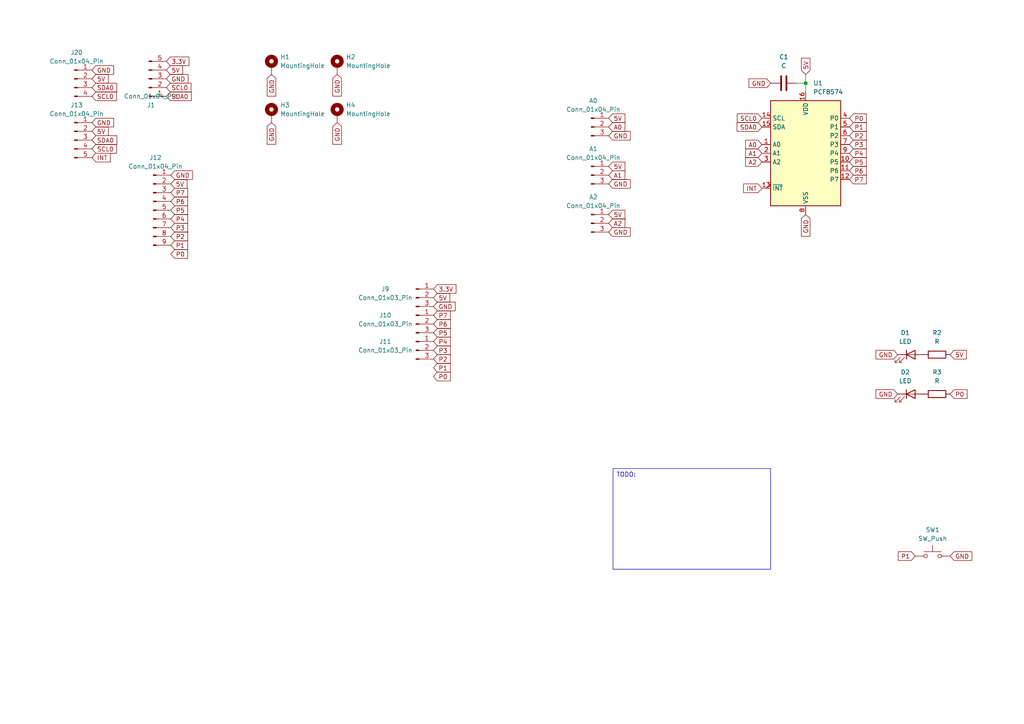
<source format=kicad_sch>
(kicad_sch (version 20231120) (generator "eeschema") (generator_version "8.0")
  (paper "A4")
  (lib_symbols
    (symbol "Connector:Conn_01x03_Pin" (pin_names (offset 1.016) hide)
      (property "Reference" "J" (at 0 5.08 0))
      (property "Value" "Conn_01x03_Pin" (at 0 -5.08 0))
      (symbol "Conn_01x03_Pin_1_1"
        (polyline (pts (xy 1.27 -2.54) (xy 0.8636 -2.54)) (stroke (width 0.1524)))
        (polyline (pts (xy 1.27 0) (xy 0.8636 0)) (stroke (width 0.1524)))
        (polyline (pts (xy 1.27 2.54) (xy 0.8636 2.54)) (stroke (width 0.1524)))
        (rectangle (start 0.8636 -2.413) (end 0 -2.667) (stroke (width 0.1524)) (fill (type outline)))
        (rectangle (start 0.8636 0.127) (end 0 -0.127) (stroke (width 0.1524)) (fill (type outline)))
        (rectangle (start 0.8636 2.667) (end 0 2.413) (stroke (width 0.1524)) (fill (type outline)))
        (pin passive line (at 5.08 2.54 180) (length 3.81) (name "Pin_1") (number "1"))
        (pin passive line (at 5.08 0 180) (length 3.81) (name "Pin_2") (number "2"))
        (pin passive line (at 5.08 -2.54 180) (length 3.81) (name "Pin_3") (number "3"))
      )
    )
    (symbol "Connector:Conn_01x04_Pin" (pin_names (offset 1.016) hide)
      (property "Reference" "J" (at 0 5.08 0))
      (property "Value" "Conn_01x04_Pin" (at 0 -7.62 0))
      (symbol "Conn_01x04_Pin_1_1"
        (polyline (pts (xy 1.27 -5.08) (xy 0.8636 -5.08)) (stroke (width 0.1524)))
        (polyline (pts (xy 1.27 -2.54) (xy 0.8636 -2.54)) (stroke (width 0.1524)))
        (polyline (pts (xy 1.27 0) (xy 0.8636 0)) (stroke (width 0.1524)))
        (polyline (pts (xy 1.27 2.54) (xy 0.8636 2.54)) (stroke (width 0.1524)))
        (rectangle (start 0.8636 -4.953) (end 0 -5.207) (stroke (width 0.1524)) (fill (type outline)))
        (rectangle (start 0.8636 -2.413) (end 0 -2.667) (stroke (width 0.1524)) (fill (type outline)))
        (rectangle (start 0.8636 0.127) (end 0 -0.127) (stroke (width 0.1524)) (fill (type outline)))
        (rectangle (start 0.8636 2.667) (end 0 2.413) (stroke (width 0.1524)) (fill (type outline)))
        (pin passive line (at 5.08 2.54 180) (length 3.81) (name "Pin_1") (number "1"))
        (pin passive line (at 5.08 0 180) (length 3.81) (name "Pin_2") (number "2"))
        (pin passive line (at 5.08 -2.54 180) (length 3.81) (name "Pin_3") (number "3"))
        (pin passive line (at 5.08 -5.08 180) (length 3.81) (name "Pin_4") (number "4"))
      )
    )
    (symbol "Connector:Conn_01x05_Pin" (pin_names (offset 1.016) hide)
      (property "Reference" "J" (at 0 7.62 0))
      (property "Value" "Conn_01x05_Pin" (at 0 -7.62 0))
      (symbol "Conn_01x05_Pin_1_1"
        (polyline (pts (xy 1.27 -5.08) (xy 0.8636 -5.08)) (stroke (width 0.1524)))
        (polyline (pts (xy 1.27 -2.54) (xy 0.8636 -2.54)) (stroke (width 0.1524)))
        (polyline (pts (xy 1.27 0) (xy 0.8636 0)) (stroke (width 0.1524)))
        (polyline (pts (xy 1.27 2.54) (xy 0.8636 2.54)) (stroke (width 0.1524)))
        (polyline (pts (xy 1.27 5.08) (xy 0.8636 5.08)) (stroke (width 0.1524)))
        (rectangle (start 0.8636 -4.953) (end 0 -5.207) (stroke (width 0.1524)) (fill (type outline)))
        (rectangle (start 0.8636 -2.413) (end 0 -2.667) (stroke (width 0.1524)) (fill (type outline)))
        (rectangle (start 0.8636 0.127) (end 0 -0.127) (stroke (width 0.1524)) (fill (type outline)))
        (rectangle (start 0.8636 2.667) (end 0 2.413) (stroke (width 0.1524)) (fill (type outline)))
        (rectangle (start 0.8636 5.207) (end 0 4.953) (stroke (width 0.1524)) (fill (type outline)))
        (pin passive line (at 5.08 5.08 180) (length 3.81) (name "Pin_1") (number "1"))
        (pin passive line (at 5.08 2.54 180) (length 3.81) (name "Pin_2") (number "2"))
        (pin passive line (at 5.08 0 180) (length 3.81) (name "Pin_3") (number "3"))
        (pin passive line (at 5.08 -2.54 180) (length 3.81) (name "Pin_4") (number "4"))
        (pin passive line (at 5.08 -5.08 180) (length 3.81) (name "Pin_5") (number "5"))
      )
    )
    (symbol "Connector:Conn_01x09_Pin" (pin_names (offset 1.016) hide)
      (property "Reference" "J" (at 0 12.7 0))
      (property "Value" "Conn_01x09_Pin" (at 0 -12.7 0))
      (symbol "Conn_01x09_Pin_1_1"
        (polyline (pts (xy 1.27 -10.16) (xy 0.8636 -10.16)) (stroke (width 0.1524)))
        (polyline (pts (xy 1.27 -7.62) (xy 0.8636 -7.62)) (stroke (width 0.1524)))
        (polyline (pts (xy 1.27 -5.08) (xy 0.8636 -5.08)) (stroke (width 0.1524)))
        (polyline (pts (xy 1.27 -2.54) (xy 0.8636 -2.54)) (stroke (width 0.1524)))
        (polyline (pts (xy 1.27 0) (xy 0.8636 0)) (stroke (width 0.1524)))
        (polyline (pts (xy 1.27 2.54) (xy 0.8636 2.54)) (stroke (width 0.1524)))
        (polyline (pts (xy 1.27 5.08) (xy 0.8636 5.08)) (stroke (width 0.1524)))
        (polyline (pts (xy 1.27 7.62) (xy 0.8636 7.62)) (stroke (width 0.1524)))
        (polyline (pts (xy 1.27 10.16) (xy 0.8636 10.16)) (stroke (width 0.1524)))
        (rectangle (start 0.8636 -10.033) (end 0 -10.287) (stroke (width 0.1524)) (fill (type outline)))
        (rectangle (start 0.8636 -7.493) (end 0 -7.747) (stroke (width 0.1524)) (fill (type outline)))
        (rectangle (start 0.8636 -4.953) (end 0 -5.207) (stroke (width 0.1524)) (fill (type outline)))
        (rectangle (start 0.8636 -2.413) (end 0 -2.667) (stroke (width 0.1524)) (fill (type outline)))
        (rectangle (start 0.8636 0.127) (end 0 -0.127) (stroke (width 0.1524)) (fill (type outline)))
        (rectangle (start 0.8636 2.667) (end 0 2.413) (stroke (width 0.1524)) (fill (type outline)))
        (rectangle (start 0.8636 5.207) (end 0 4.953) (stroke (width 0.1524)) (fill (type outline)))
        (rectangle (start 0.8636 7.747) (end 0 7.493) (stroke (width 0.1524)) (fill (type outline)))
        (rectangle (start 0.8636 10.287) (end 0 10.033) (stroke (width 0.1524)) (fill (type outline)))
        (pin passive line (at 5.08 10.16 180) (length 3.81) (name "Pin_1") (number "1"))
        (pin passive line (at 5.08 7.62 180) (length 3.81) (name "Pin_2") (number "2"))
        (pin passive line (at 5.08 5.08 180) (length 3.81) (name "Pin_3") (number "3"))
        (pin passive line (at 5.08 2.54 180) (length 3.81) (name "Pin_4") (number "4"))
        (pin passive line (at 5.08 0 180) (length 3.81) (name "Pin_5") (number "5"))
        (pin passive line (at 5.08 -2.54 180) (length 3.81) (name "Pin_6") (number "6"))
        (pin passive line (at 5.08 -5.08 180) (length 3.81) (name "Pin_7") (number "7"))
        (pin passive line (at 5.08 -7.62 180) (length 3.81) (name "Pin_8") (number "8"))
        (pin passive line (at 5.08 -10.16 180) (length 3.81) (name "Pin_9") (number "9"))
      )
    )
    (symbol "Device:C" (pin_numbers hide) (pin_names (offset 0.254))
      (property "Reference" "C" (at 0.635 2.54 0))
      (property "Value" "C" (at 0.635 -2.54 0))
      (symbol "C_0_1"
        (polyline (pts (xy -2.032 -0.762) (xy 2.032 -0.762)) (stroke (width 0.508)))
        (polyline (pts (xy -2.032 0.762) (xy 2.032 0.762)) (stroke (width 0.508)))
      )
      (symbol "C_1_1"
        (pin passive line (at 0 3.81 270) (length 2.794) (name "~") (number "1"))
        (pin passive line (at 0 -3.81 90) (length 2.794) (name "~") (number "2"))
      )
    )
    (symbol "Device:LED" (pin_numbers hide) (pin_names (offset 1.016) hide)
      (property "Reference" "D" (at 0 2.54 0))
      (property "Value" "LED" (at 0 -2.54 0))
      (symbol "LED_0_1"
        (polyline (pts (xy -1.27 -1.27) (xy -1.27 1.27)) (stroke (width 0.254)))
        (polyline (pts (xy -1.27 0) (xy 1.27 0)))
        (polyline (pts (xy 1.27 -1.27) (xy 1.27 1.27) (xy -1.27 0) (xy 1.27 -1.27)) (stroke (width 0.254)))
        (polyline (pts (xy -3.048 -0.762) (xy -4.572 -2.286) (xy -3.81 -2.286) (xy -4.572 -2.286) (xy -4.572 -1.524)))
        (polyline (pts (xy -1.778 -0.762) (xy -3.302 -2.286) (xy -2.54 -2.286) (xy -3.302 -2.286) (xy -3.302 -1.524)))
      )
      (symbol "LED_1_1"
        (pin passive line (at -3.81 0 0) (length 2.54) (name "K") (number "1"))
        (pin passive line (at 3.81 0 180) (length 2.54) (name "A") (number "2"))
      )
    )
    (symbol "Device:R" (pin_numbers hide) (pin_names (offset 0))
      (property "Reference" "R" (at 2.032 0 90))
      (property "Value" "R" (at 0 0 90))
      (symbol "R_0_1"
        (rectangle (start -1.016 -2.54) (end 1.016 2.54) (stroke (width 0.254)))
      )
      (symbol "R_1_1"
        (pin passive line (at 0 3.81 270) (length 1.27) (name "~") (number "1"))
        (pin passive line (at 0 -3.81 90) (length 1.27) (name "~") (number "2"))
      )
    )
    (symbol "Interface_Expansion:PCF8574"
      (property "Reference" "U" (at -8.89 16.51 0))
      (property "Value" "PCF8574" (at 2.54 16.51 0))
      (symbol "PCF8574_0_1"
        (rectangle (start -10.16 15.24) (end 10.16 -15.24) (stroke (width 0.254)) (fill (type background)))
      )
      (symbol "PCF8574_1_1"
        (pin input line (at -12.7 2.54 0) (length 2.54) (name "A0") (number "1"))
        (pin bidirectional line (at 12.7 -2.54 180) (length 2.54) (name "P5") (number "10"))
        (pin bidirectional line (at 12.7 -5.08 180) (length 2.54) (name "P6") (number "11"))
        (pin bidirectional line (at 12.7 -7.62 180) (length 2.54) (name "P7") (number "12"))
        (pin open_collector output_low (at -12.7 -10.16 0) (length 2.54) (name "~{INT}") (number "13"))
        (pin input line (at -12.7 10.16 0) (length 2.54) (name "SCL") (number "14"))
        (pin bidirectional line (at -12.7 7.62 0) (length 2.54) (name "SDA") (number "15"))
        (pin power_in line (at 0 17.78 270) (length 2.54) (name "VDD") (number "16"))
        (pin input line (at -12.7 0 0) (length 2.54) (name "A1") (number "2"))
        (pin input line (at -12.7 -2.54 0) (length 2.54) (name "A2") (number "3"))
        (pin bidirectional line (at 12.7 10.16 180) (length 2.54) (name "P0") (number "4"))
        (pin bidirectional line (at 12.7 7.62 180) (length 2.54) (name "P1") (number "5"))
        (pin bidirectional line (at 12.7 5.08 180) (length 2.54) (name "P2") (number "6"))
        (pin bidirectional line (at 12.7 2.54 180) (length 2.54) (name "P3") (number "7"))
        (pin power_in line (at 0 -17.78 90) (length 2.54) (name "VSS") (number "8"))
        (pin bidirectional line (at 12.7 0 180) (length 2.54) (name "P4") (number "9"))
      )
    )
    (symbol "Mechanical:MountingHole_Pad" (pin_numbers hide) (pin_names (offset 1.016) hide) (exclude_from_sim yes) (in_bom no)
      (property "Reference" "H" (at 0 6.35 0))
      (property "Value" "MountingHole_Pad" (at 0 4.445 0))
      (symbol "MountingHole_Pad_0_1"
        (circle (center 0 1.27) (radius 1.27) (stroke (width 1.27)))
      )
      (symbol "MountingHole_Pad_1_1"
        (pin input line (at 0 -2.54 90) (length 2.54) (name "1") (number "1"))
      )
    )
    (symbol "Switch:SW_Push" (pin_numbers hide) (pin_names (offset 1.016) hide)
      (property "Reference" "SW" (at 1.27 2.54 0))
      (property "Value" "SW_Push" (at 0 -1.524 0))
      (symbol "SW_Push_0_1"
        (circle (center -2.032 0) (radius 0.508))
        (polyline (pts (xy 0 1.27) (xy 0 3.048)))
        (polyline (pts (xy 2.54 1.27) (xy -2.54 1.27)))
        (circle (center 2.032 0) (radius 0.508))
        (pin passive line (at -5.08 0 0) (length 2.54) (name "1") (number "1"))
        (pin passive line (at 5.08 0 180) (length 2.54) (name "2") (number "2"))
      )
    )
  )
  (junction (at 233.68 24.13))
  (wire (pts (xy 233.68 21.59) (xy 233.68 24.13)))
  (wire (pts (xy 233.68 24.13) (xy 233.68 26.67)))
  (wire (pts (xy 233.68 24.13) (xy 231.14 24.13)))
  (text_box "TODO:" (at 177.8 135.89 0) (size 45.72 29.21) (effects (font (size 1.27 1.27)) (justify left top)))
  (global_label "5V" (shape input) (at 176.53 48.26 0) (property "Intersheetrefs" "${INTERSHEET_REFS}" (effects (hide yes))))
  (global_label "5V" (shape input) (at 26.67 22.86 0) (property "Intersheetrefs" "${INTERSHEET_REFS}" (effects (hide yes))))
  (global_label "GND" (shape input) (at 176.53 53.34 0) (property "Intersheetrefs" "${INTERSHEET_REFS}" (effects (hide yes))))
  (global_label "GND" (shape input) (at 125.73 88.9 0) (property "Intersheetrefs" "${INTERSHEET_REFS}" (effects (hide yes))))
  (global_label "P3" (shape input) (at 125.73 101.6 0) (property "Intersheetrefs" "${INTERSHEET_REFS}" (effects (hide yes))))
  (global_label "SDA0" (shape input) (at 26.67 40.64 0) (property "Intersheetrefs" "${INTERSHEET_REFS}" (effects (hide yes))))
  (global_label "5V" (shape input) (at 176.53 34.29 0) (property "Intersheetrefs" "${INTERSHEET_REFS}" (effects (hide yes))))
  (global_label "GND" (shape input) (at 97.79 21.59 270) (property "Intersheetrefs" "${INTERSHEET_REFS}" (effects (hide yes))))
  (global_label "SDA0" (shape input) (at 26.67 25.4 0) (property "Intersheetrefs" "${INTERSHEET_REFS}" (effects (hide yes))))
  (global_label "P7" (shape input) (at 49.53 55.88 0) (property "Intersheetrefs" "${INTERSHEET_REFS}" (effects (hide yes))))
  (global_label "P2" (shape input) (at 125.73 104.14 0) (property "Intersheetrefs" "${INTERSHEET_REFS}" (effects (hide yes))))
  (global_label "3.3V" (shape input) (at 125.73 83.82 0) (property "Intersheetrefs" "${INTERSHEET_REFS}" (effects (hide yes))))
  (global_label "P1" (shape input) (at 265.43 161.29 180) (property "Intersheetrefs" "${INTERSHEET_REFS}" (effects (hide yes))))
  (global_label "A0" (shape input) (at 176.53 36.83 0) (property "Intersheetrefs" "${INTERSHEET_REFS}" (effects (hide yes))))
  (global_label "P7" (shape input) (at 125.73 91.44 0) (property "Intersheetrefs" "${INTERSHEET_REFS}" (effects (hide yes))))
  (global_label "SDA0" (shape input) (at 220.98 36.83 180) (property "Intersheetrefs" "${INTERSHEET_REFS}" (effects (hide yes))))
  (global_label "GND" (shape input) (at 176.53 67.31 0) (property "Intersheetrefs" "${INTERSHEET_REFS}" (effects (hide yes))))
  (global_label "SCL0" (shape input) (at 220.98 34.29 180) (property "Intersheetrefs" "${INTERSHEET_REFS}" (effects (hide yes))))
  (global_label "P3" (shape input) (at 49.53 66.04 0) (property "Intersheetrefs" "${INTERSHEET_REFS}" (effects (hide yes))))
  (global_label "P2" (shape input) (at 246.38 39.37 0) (property "Intersheetrefs" "${INTERSHEET_REFS}" (effects (hide yes))))
  (global_label "A0" (shape input) (at 220.98 41.91 180) (property "Intersheetrefs" "${INTERSHEET_REFS}" (effects (hide yes))))
  (global_label "GND" (shape input) (at 223.52 24.13 180) (property "Intersheetrefs" "${INTERSHEET_REFS}" (effects (hide yes))))
  (global_label "GND" (shape input) (at 275.59 161.29 0) (property "Intersheetrefs" "${INTERSHEET_REFS}" (effects (hide yes))))
  (global_label "A1" (shape input) (at 220.98 44.45 180) (property "Intersheetrefs" "${INTERSHEET_REFS}" (effects (hide yes))))
  (global_label "GND" (shape input) (at 26.67 35.56 0) (property "Intersheetrefs" "${INTERSHEET_REFS}" (effects (hide yes))))
  (global_label "5V" (shape input) (at 26.67 38.1 0) (property "Intersheetrefs" "${INTERSHEET_REFS}" (effects (hide yes))))
  (global_label "P0" (shape input) (at 49.53 73.66 0) (property "Intersheetrefs" "${INTERSHEET_REFS}" (effects (hide yes))))
  (global_label "SCL0" (shape input) (at 48.26 25.4 0) (property "Intersheetrefs" "${INTERSHEET_REFS}" (effects (hide yes))))
  (global_label "P1" (shape input) (at 125.73 106.68 0) (property "Intersheetrefs" "${INTERSHEET_REFS}" (effects (hide yes))))
  (global_label "P1" (shape input) (at 246.38 36.83 0) (property "Intersheetrefs" "${INTERSHEET_REFS}" (effects (hide yes))))
  (global_label "P6" (shape input) (at 49.53 58.42 0) (property "Intersheetrefs" "${INTERSHEET_REFS}" (effects (hide yes))))
  (global_label "GND" (shape input) (at 176.53 39.37 0) (property "Intersheetrefs" "${INTERSHEET_REFS}" (effects (hide yes))))
  (global_label "P5" (shape input) (at 125.73 96.52 0) (property "Intersheetrefs" "${INTERSHEET_REFS}" (effects (hide yes))))
  (global_label "3.3V" (shape input) (at 48.26 17.78 0) (property "Intersheetrefs" "${INTERSHEET_REFS}" (effects (hide yes))))
  (global_label "INT" (shape input) (at 26.67 45.72 0) (property "Intersheetrefs" "${INTERSHEET_REFS}" (effects (hide yes))))
  (global_label "GND" (shape input) (at 48.26 22.86 0) (property "Intersheetrefs" "${INTERSHEET_REFS}" (effects (hide yes))))
  (global_label "P3" (shape input) (at 246.38 41.91 0) (property "Intersheetrefs" "${INTERSHEET_REFS}" (effects (hide yes))))
  (global_label "P4" (shape input) (at 125.73 99.06 0) (property "Intersheetrefs" "${INTERSHEET_REFS}" (effects (hide yes))))
  (global_label "P5" (shape input) (at 49.53 60.96 0) (property "Intersheetrefs" "${INTERSHEET_REFS}" (effects (hide yes))))
  (global_label "5V" (shape input) (at 48.26 20.32 0) (property "Intersheetrefs" "${INTERSHEET_REFS}" (effects (hide yes))))
  (global_label "SCL0" (shape input) (at 26.67 27.94 0) (property "Intersheetrefs" "${INTERSHEET_REFS}" (effects (hide yes))))
  (global_label "P2" (shape input) (at 49.53 68.58 0) (property "Intersheetrefs" "${INTERSHEET_REFS}" (effects (hide yes))))
  (global_label "GND" (shape input) (at 260.35 114.3 180) (property "Intersheetrefs" "${INTERSHEET_REFS}" (effects (hide yes))))
  (global_label "P0" (shape input) (at 125.73 109.22 0) (property "Intersheetrefs" "${INTERSHEET_REFS}" (effects (hide yes))))
  (global_label "5V" (shape input) (at 49.53 53.34 0) (property "Intersheetrefs" "${INTERSHEET_REFS}" (effects (hide yes))))
  (global_label "GND" (shape input) (at 78.74 35.56 270) (property "Intersheetrefs" "${INTERSHEET_REFS}" (effects (hide yes))))
  (global_label "A1" (shape input) (at 176.53 50.8 0) (property "Intersheetrefs" "${INTERSHEET_REFS}" (effects (hide yes))))
  (global_label "5V" (shape input) (at 125.73 86.36 0) (property "Intersheetrefs" "${INTERSHEET_REFS}" (effects (hide yes))))
  (global_label "GND" (shape input) (at 233.68 62.23 270) (property "Intersheetrefs" "${INTERSHEET_REFS}" (effects (hide yes))))
  (global_label "A2" (shape input) (at 176.53 64.77 0) (property "Intersheetrefs" "${INTERSHEET_REFS}" (effects (hide yes))))
  (global_label "SDA0" (shape input) (at 48.26 27.94 0) (property "Intersheetrefs" "${INTERSHEET_REFS}" (effects (hide yes))))
  (global_label "5V" (shape input) (at 233.68 21.59 90) (property "Intersheetrefs" "${INTERSHEET_REFS}" (effects (hide yes))))
  (global_label "P4" (shape input) (at 49.53 63.5 0) (property "Intersheetrefs" "${INTERSHEET_REFS}" (effects (hide yes))))
  (global_label "P0" (shape input) (at 246.38 34.29 0) (property "Intersheetrefs" "${INTERSHEET_REFS}" (effects (hide yes))))
  (global_label "GND" (shape input) (at 26.67 20.32 0) (property "Intersheetrefs" "${INTERSHEET_REFS}" (effects (hide yes))))
  (global_label "P6" (shape input) (at 125.73 93.98 0) (property "Intersheetrefs" "${INTERSHEET_REFS}" (effects (hide yes))))
  (global_label "5V" (shape input) (at 176.53 62.23 0) (property "Intersheetrefs" "${INTERSHEET_REFS}" (effects (hide yes))))
  (global_label "GND" (shape input) (at 78.74 21.59 270) (property "Intersheetrefs" "${INTERSHEET_REFS}" (effects (hide yes))))
  (global_label "P7" (shape input) (at 246.38 52.07 0) (property "Intersheetrefs" "${INTERSHEET_REFS}" (effects (hide yes))))
  (global_label "GND" (shape input) (at 97.79 35.56 270) (property "Intersheetrefs" "${INTERSHEET_REFS}" (effects (hide yes))))
  (global_label "GND" (shape input) (at 49.53 50.8 0) (property "Intersheetrefs" "${INTERSHEET_REFS}" (effects (hide yes))))
  (global_label "SCL0" (shape input) (at 26.67 43.18 0) (property "Intersheetrefs" "${INTERSHEET_REFS}" (effects (hide yes))))
  (global_label "P4" (shape input) (at 246.38 44.45 0) (property "Intersheetrefs" "${INTERSHEET_REFS}" (effects (hide yes))))
  (global_label "P0" (shape input) (at 275.59 114.3 0) (property "Intersheetrefs" "${INTERSHEET_REFS}" (effects (hide yes))))
  (global_label "P6" (shape input) (at 246.38 49.53 0) (property "Intersheetrefs" "${INTERSHEET_REFS}" (effects (hide yes))))
  (global_label "INT" (shape input) (at 220.98 54.61 180) (property "Intersheetrefs" "${INTERSHEET_REFS}" (effects (hide yes))))
  (global_label "P1" (shape input) (at 49.53 71.12 0) (property "Intersheetrefs" "${INTERSHEET_REFS}" (effects (hide yes))))
  (global_label "P5" (shape input) (at 246.38 46.99 0) (property "Intersheetrefs" "${INTERSHEET_REFS}" (effects (hide yes))))
  (global_label "GND" (shape input) (at 260.35 102.87 180) (property "Intersheetrefs" "${INTERSHEET_REFS}" (effects (hide yes))))
  (global_label "5V" (shape input) (at 275.59 102.87 0) (property "Intersheetrefs" "${INTERSHEET_REFS}" (effects (hide yes))))
  (global_label "A2" (shape input) (at 220.98 46.99 180) (property "Intersheetrefs" "${INTERSHEET_REFS}" (effects (hide yes))))
  (symbol (lib_id "Connector:Conn_01x05_Pin") (at 21.59 40.64 0) (unit 1)
    (property "Reference" "J13" (at 22.225 30.48 0))
    (property "Value" "Conn_01x04_Pin" (at 22.225 33.02 0))
    (property "Footprint" "Connector_PinHeader_2.54mm:PinHeader_1x05_P2.54mm_Vertical" (effects (hide yes)))
    (property "Description" "Generic connector, single row, 01x05, script generated" (effects (hide yes)))
  )
  (symbol (lib_id "Connector:Conn_01x05_Pin") (at 43.18 22.86 0) (mirror x) (unit 1)
    (property "Reference" "J1" (at 43.815 30.48 0))
    (property "Value" "Conn_01x04_Pin" (at 43.815 27.94 0))
    (property "Footprint" "TerminalBlock:TerminalBlock_bornier-5_P5.08mm" (effects (hide yes)))
    (property "Description" "Generic connector, single row, 01x05, script generated" (effects (hide yes)))
  )
  (symbol (lib_id "Device:R") (at 271.78 114.3 90) (unit 1)
    (property "Reference" "R3" (at 271.78 107.95 90))
    (property "Value" "R" (at 271.78 110.49 90))
    (property "Footprint" "Resistor_SMD:R_0805_2012Metric_Pad1.20x1.40mm_HandSolder" (effects (hide yes)))
    (property "Description" "Resistor" (effects (hide yes)))
  )
  (symbol (lib_id "Connector:Conn_01x03_Pin") (at 120.65 86.36 0) (unit 1)
    (property "Reference" "J9" (at 111.76 83.82 0))
    (property "Value" "Conn_01x03_Pin" (at 111.76 86.36 0))
    (property "Footprint" "TerminalBlock:TerminalBlock_bornier-3_P5.08mm" (effects (hide yes)))
  )
  (symbol (lib_id "Connector:Conn_01x03_Pin") (at 120.65 101.6 0) (unit 1)
    (property "Reference" "J11" (at 111.76 99.06 0))
    (property "Value" "Conn_01x03_Pin" (at 111.76 101.6 0))
    (property "Footprint" "TerminalBlock:TerminalBlock_bornier-3_P5.08mm" (effects (hide yes)))
  )
  (symbol (lib_id "Mechanical:MountingHole_Pad") (at 78.74 33.02 0) (unit 1) (exclude_from_sim yes) (in_bom no)
    (property "Reference" "H3" (at 81.28 30.4799 0) (effects (justify left)))
    (property "Value" "MountingHole" (at 81.28 33.0199 0) (effects (justify left)))
    (property "Footprint" "MountingHole:MountingHole_3.2mm_M3_Pad_Via" (effects (hide yes)))
    (property "Description" "Mounting Hole with connection" (effects (hide yes)))
  )
  (symbol (lib_id "Connector:Conn_01x03_Pin") (at 171.45 50.8 0) (unit 1)
    (property "Reference" "A1" (at 172.085 43.18 0))
    (property "Value" "Conn_01x04_Pin" (at 172.085 45.72 0))
    (property "Footprint" "Connector_PinHeader_2.54mm:PinHeader_1x03_P2.54mm_Vertical" (effects (hide yes)))
    (property "Description" "Generic connector, single row, 01x03, script generated" (effects (hide yes)))
  )
  (symbol (lib_id "Mechanical:MountingHole_Pad") (at 97.79 19.05 0) (unit 1) (exclude_from_sim yes) (in_bom no)
    (property "Reference" "H2" (at 100.33 16.5099 0) (effects (justify left)))
    (property "Value" "MountingHole" (at 100.33 19.0499 0) (effects (justify left)))
    (property "Footprint" "MountingHole:MountingHole_3.2mm_M3_Pad_Via" (effects (hide yes)))
    (property "Description" "Mounting Hole with connection" (effects (hide yes)))
  )
  (symbol (lib_id "Switch:SW_Push") (at 270.51 161.29 0) (unit 1)
    (property "Reference" "SW1" (at 270.51 153.67 0))
    (property "Value" "SW_Push" (at 270.51 156.21 0))
    (property "Footprint" "Button_Switch_SMD:SW_Push_1P1T_NO_CK_KMR2" (effects (hide yes)))
    (property "Description" "Push button switch, generic, two pins" (effects (hide yes)))
  )
  (symbol (lib_id "Connector:Conn_01x04_Pin") (at 21.59 22.86 0) (unit 1)
    (property "Reference" "J20" (at 22.225 15.24 0))
    (property "Value" "Conn_01x04_Pin" (at 22.225 17.78 0))
    (property "Footprint" "Connector_PinHeader_2.54mm:PinHeader_1x04_P2.54mm_Vertical" (effects (hide yes)))
  )
  (symbol (lib_id "Connector:Conn_01x09_Pin") (at 44.45 60.96 0) (unit 1)
    (property "Reference" "J12" (at 45.085 45.72 0))
    (property "Value" "Conn_01x04_Pin" (at 45.085 48.26 0))
    (property "Footprint" "Connector_PinHeader_2.54mm:PinHeader_1x09_P2.54mm_Vertical" (effects (hide yes)))
    (property "Description" "Generic connector, single row, 01x09, script generated" (effects (hide yes)))
  )
  (symbol (lib_id "Connector:Conn_01x03_Pin") (at 120.65 93.98 0) (unit 1)
    (property "Reference" "J10" (at 111.76 91.44 0))
    (property "Value" "Conn_01x03_Pin" (at 111.76 93.98 0))
    (property "Footprint" "TerminalBlock:TerminalBlock_bornier-3_P5.08mm" (effects (hide yes)))
  )
  (symbol (lib_id "Connector:Conn_01x03_Pin") (at 171.45 64.77 0) (unit 1)
    (property "Reference" "A2" (at 172.085 57.15 0))
    (property "Value" "Conn_01x04_Pin" (at 172.085 59.69 0))
    (property "Footprint" "Connector_PinHeader_2.54mm:PinHeader_1x03_P2.54mm_Vertical" (effects (hide yes)))
    (property "Description" "Generic connector, single row, 01x03, script generated" (effects (hide yes)))
  )
  (symbol (lib_id "Interface_Expansion:PCF8574") (at 233.68 44.45 0) (unit 1)
    (property "Reference" "U1" (at 235.8741 24.13 0) (effects (justify left)))
    (property "Value" "PCF8574" (at 235.8741 26.67 0) (effects (justify left)))
    (property "Footprint" "Package_SO:SOIC-16W_7.5x10.3mm_P1.27mm" (effects (hide yes)))
    (property "Datasheet" "http://www.nxp.com/docs/en/data-sheet/PCF8574_PCF8574A.pdf" (effects (hide yes)))
    (property "Description" "8 Bit Port/Expander to I2C Bus, DIP/SOIC-16" (effects (hide yes)))
  )
  (symbol (lib_id "Device:C") (at 227.33 24.13 90) (unit 1)
    (property "Reference" "C1" (at 227.33 16.51 90))
    (property "Value" "C" (at 227.33 19.05 90))
    (property "Footprint" "Capacitor_SMD:C_0805_2012Metric_Pad1.18x1.45mm_HandSolder" (effects (hide yes)))
    (property "Description" "Unpolarized capacitor" (effects (hide yes)))
  )
  (symbol (lib_id "Device:LED") (at 264.16 102.87 0) (unit 1)
    (property "Reference" "D1" (at 262.5725 96.52 0))
    (property "Value" "LED" (at 262.5725 99.06 0))
    (property "Footprint" "LED_SMD:LED_0805_2012Metric_Pad1.15x1.40mm_HandSolder" (effects (hide yes)))
    (property "Description" "Light emitting diode" (effects (hide yes)))
  )
  (symbol (lib_id "Device:R") (at 271.78 102.87 90) (unit 1)
    (property "Reference" "R2" (at 271.78 96.52 90))
    (property "Value" "R" (at 271.78 99.06 90))
    (property "Footprint" "Resistor_SMD:R_0805_2012Metric_Pad1.20x1.40mm_HandSolder" (effects (hide yes)))
    (property "Description" "Resistor" (effects (hide yes)))
  )
  (symbol (lib_id "Device:LED") (at 264.16 114.3 0) (unit 1)
    (property "Reference" "D2" (at 262.5725 107.95 0))
    (property "Value" "LED" (at 262.5725 110.49 0))
    (property "Footprint" "LED_SMD:LED_0805_2012Metric_Pad1.15x1.40mm_HandSolder" (effects (hide yes)))
    (property "Description" "Light emitting diode" (effects (hide yes)))
  )
  (symbol (lib_id "Mechanical:MountingHole_Pad") (at 97.79 33.02 0) (unit 1) (exclude_from_sim yes) (in_bom no)
    (property "Reference" "H4" (at 100.33 30.4799 0) (effects (justify left)))
    (property "Value" "MountingHole" (at 100.33 33.0199 0) (effects (justify left)))
    (property "Footprint" "MountingHole:MountingHole_3.2mm_M3_Pad_Via" (effects (hide yes)))
    (property "Description" "Mounting Hole with connection" (effects (hide yes)))
  )
  (symbol (lib_id "Connector:Conn_01x03_Pin") (at 171.45 36.83 0) (unit 1)
    (property "Reference" "A0" (at 172.085 29.21 0))
    (property "Value" "Conn_01x04_Pin" (at 172.085 31.75 0))
    (property "Footprint" "Connector_PinHeader_2.54mm:PinHeader_1x03_P2.54mm_Vertical" (effects (hide yes)))
    (property "Description" "Generic connector, single row, 01x03, script generated" (effects (hide yes)))
  )
  (symbol (lib_id "Mechanical:MountingHole_Pad") (at 78.74 19.05 0) (unit 1) (exclude_from_sim yes) (in_bom no)
    (property "Reference" "H1" (at 81.28 16.5099 0) (effects (justify left)))
    (property "Value" "MountingHole" (at 81.28 19.0499 0) (effects (justify left)))
    (property "Footprint" "MountingHole:MountingHole_3.2mm_M3_Pad_Via" (effects (hide yes)))
    (property "Description" "Mounting Hole with connection" (effects (hide yes)))
  )
)
</source>
